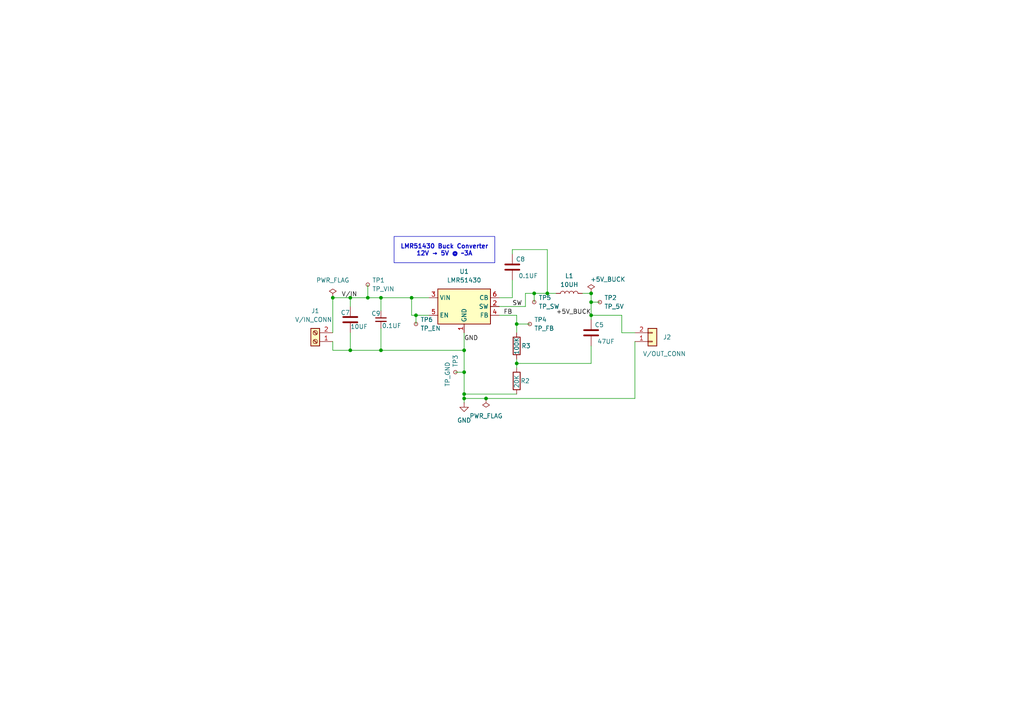
<source format=kicad_sch>
(kicad_sch (version 20250114) (generator "eeschema") (generator_version "9.0")
  (paper "A4")
  (lib_symbols
    (symbol "Connector:Screw_Terminal_01x02" (pin_names (offset 1.016) (hide yes))
      (property "Reference" "J1" (at 0 -8.89 0))
      (property "Value" "V/IN_CONN" (at 0.508 -6.35 0))
      (symbol "Screw_Terminal_01x02_1_1"
        (rectangle (start -1.27 1.27) (end 1.27 -3.81) (stroke (width 0.254)) (fill (type background)))
        (polyline (pts (xy -0.5334 0.3302) (xy 0.3302 -0.508)) (stroke (width 0.1524)))
        (polyline (pts (xy -0.5334 -2.2098) (xy 0.3302 -3.048)) (stroke (width 0.1524)))
        (polyline (pts (xy -0.3556 0.508) (xy 0.508 -0.3302)) (stroke (width 0.1524)))
        (polyline (pts (xy -0.3556 -2.032) (xy 0.508 -2.8702)) (stroke (width 0.1524)))
        (circle (center 0 0) (radius 0.635) (stroke (width 0.1524)))
        (circle (center 0 -2.54) (radius 0.635) (stroke (width 0.1524)))
        (pin passive line (at -5.08 0 0) (length 3.81) (name "GND") (number "1"))
        (pin passive line (at -5.08 -2.54 0) (length 3.81) (name "V/IN") (number "2"))
      )
    )
    (symbol "Connector:TestPoint_Small" (pin_numbers (hide yes)) (pin_names (offset 0.762) (hide yes))
      (property "Reference" "TP" (at 0 3.81 0))
      (property "Value" "TestPoint_Small" (at 0 2.032 0))
      (symbol "TestPoint_Small_0_1"
        (circle (center 0 0) (radius 0.508))
      )
      (symbol "TestPoint_Small_1_1"
        (pin passive line (at 0 0 90) (length 0) (name "1") (number "1"))
      )
    )
    (symbol "Connector_Generic:Conn_01x02" (pin_names (offset 1.016) (hide yes))
      (property "Reference" "J2" (at 3.048 -1.27 0))
      (property "Value" "V/OUT_CONN" (at -2.794 -6.096 0))
      (symbol "Conn_01x02_1_1"
        (rectangle (start -1.27 1.27) (end 1.27 -3.81) (stroke (width 0.254)) (fill (type background)))
        (rectangle (start -1.27 0.127) (end 0 -0.127) (stroke (width 0.1524)))
        (rectangle (start -1.27 -2.413) (end 0 -2.667) (stroke (width 0.1524)))
        (pin passive line (at -5.08 0 0) (length 3.81) (name "PWR") (number "2"))
        (pin passive line (at -5.08 -2.54 0) (length 3.81) (name "GND") (number "1"))
      )
    )
    (symbol "Device:C" (pin_numbers (hide yes)) (pin_names (offset 0.254))
      (property "Reference" "C" (at 0.635 2.54 0))
      (property "Value" "C" (at 0.635 -2.54 0))
      (symbol "C_0_1"
        (polyline (pts (xy -2.032 0.762) (xy 2.032 0.762)) (stroke (width 0.508)))
        (polyline (pts (xy -2.032 -0.762) (xy 2.032 -0.762)) (stroke (width 0.508)))
      )
      (symbol "C_1_1"
        (pin passive line (at 0 3.81 270) (length 2.794) (name "~") (number "1"))
        (pin passive line (at 0 -3.81 90) (length 2.794) (name "~") (number "2"))
      )
    )
    (symbol "Device:C_Small" (pin_numbers (hide yes)) (pin_names (offset 0.254) (hide yes))
      (property "Reference" "C" (at 0.254 1.778 0))
      (property "Value" "C_Small" (at 0.254 -2.032 0))
      (symbol "C_Small_0_1"
        (polyline (pts (xy -1.524 0.508) (xy 1.524 0.508)) (stroke (width 0.3048)))
        (polyline (pts (xy -1.524 -0.508) (xy 1.524 -0.508)) (stroke (width 0.3302)))
      )
      (symbol "C_Small_1_1"
        (pin passive line (at 0 2.54 270) (length 2.032) (name "~") (number "1"))
        (pin passive line (at 0 -2.54 90) (length 2.032) (name "~") (number "2"))
      )
    )
    (symbol "Device:L" (pin_numbers (hide yes)) (pin_names (offset 1.016) (hide yes))
      (property "Reference" "L" (at -1.27 0 90))
      (property "Value" "L" (at 1.905 0 90))
      (symbol "L_0_1"
        (arc (start 0 2.54) (mid 0.6323 1.905) (end 0 1.27))
        (arc (start 0 1.27) (mid 0.6323 0.635) (end 0 0))
        (arc (start 0 0) (mid 0.6323 -0.635) (end 0 -1.27))
        (arc (start 0 -1.27) (mid 0.6323 -1.905) (end 0 -2.54))
      )
      (symbol "L_1_1"
        (pin passive line (at 0 3.81 270) (length 1.27) (name "1") (number "1"))
        (pin passive line (at 0 -3.81 90) (length 1.27) (name "2") (number "2"))
      )
    )
    (symbol "Device:R" (pin_numbers (hide yes)) (pin_names (offset 0))
      (property "Reference" "R" (at 2.032 0 90))
      (property "Value" "R" (at 0 0 90))
      (symbol "R_0_1"
        (rectangle (start -1.016 -2.54) (end 1.016 2.54) (stroke (width 0.254)))
      )
      (symbol "R_1_1"
        (pin passive line (at 0 3.81 270) (length 1.27) (name "~") (number "1"))
        (pin passive line (at 0 -3.81 90) (length 1.27) (name "~") (number "2"))
      )
    )
    (symbol "Regulator_Switching:LMR51430"
      (property "Reference" "U" (at -7.62 6.35 0))
      (property "Value" "LMR51430" (at 0 6.35 0))
      (symbol "LMR51430_0_1"
        (rectangle (start -7.62 5.08) (end 7.62 -5.08) (stroke (width 0.254)) (fill (type background)))
      )
      (symbol "LMR51430_1_1"
        (pin power_in line (at -10.16 2.54 0) (length 2.54) (name "VIN") (number "3"))
        (pin input line (at -10.16 -2.54 0) (length 2.54) (name "EN") (number "5"))
        (pin power_in line (at 0 -7.62 90) (length 2.54) (name "GND") (number "1"))
        (pin passive line (at 10.16 2.54 180) (length 2.54) (name "CB") (number "6"))
        (pin power_out line (at 10.16 0 180) (length 2.54) (name "SW") (number "2"))
        (pin input line (at 10.16 -2.54 180) (length 2.54) (name "FB") (number "4"))
      )
    )
    (symbol "power:GND" (power) (pin_numbers (hide yes)) (pin_names (offset 0) (hide yes))
      (property "Value" "GND" (at 0 -3.81 0))
      (symbol "GND_0_1"
        (polyline (pts (xy 0 0) (xy 0 -1.27) (xy 1.27 -1.27) (xy 0 -2.54) (xy -1.27 -1.27) (xy 0 -1.27)))
      )
      (symbol "GND_1_1"
        (pin power_in line (at 0 0 270) (length 0) (name "~") (number "1"))
      )
    )
    (symbol "power:PWR_FLAG" (power) (pin_numbers (hide yes)) (pin_names (offset 0) (hide yes))
      (property "Value" "PWR_FLAG" (at 0 3.81 0))
      (symbol "PWR_FLAG_0_0"
        (pin power_out line (at 0 0 90) (length 0) (name "~") (number "1"))
      )
      (symbol "PWR_FLAG_0_1"
        (polyline (pts (xy 0 0) (xy 0 1.27) (xy -1.016 1.905) (xy 0 2.54) (xy 1.016 1.905) (xy 0 1.27)))
      )
    )
  )
  (text_box "LMR51430 Buck Converter 12V → 5V @ ~3A" (at 114.3 68.58 0) (size 29.21 7.62) (margins 0.9525 0.9525 0.9525 0.9525) (effects (font (size 1.27 1.27) (thickness 0.254) (bold yes))))
  (junction (at 119.38 86.36))
  (junction (at 134.62 114.3))
  (junction (at 149.86 105.41))
  (junction (at 101.6 101.6))
  (junction (at 106.68 86.36))
  (junction (at 154.94 85.09))
  (junction (at 101.6 86.36))
  (junction (at 134.62 107.95))
  (junction (at 110.49 86.36))
  (junction (at 171.45 85.09))
  (junction (at 110.49 101.6))
  (junction (at 96.52 86.36))
  (junction (at 149.86 93.98))
  (junction (at 140.97 115.57))
  (junction (at 158.75 85.09))
  (junction (at 120.65 91.44))
  (junction (at 171.45 87.63))
  (junction (at 134.62 101.6))
  (junction (at 134.62 115.57))
  (junction (at 171.45 91.44))
  (wire (pts (xy 110.49 95.25) (xy 110.49 101.6)))
  (wire (pts (xy 152.4 85.09) (xy 154.94 85.09)))
  (wire (pts (xy 110.49 86.36) (xy 119.38 86.36)))
  (wire (pts (xy 171.45 87.63) (xy 171.45 91.44)))
  (wire (pts (xy 152.4 88.9) (xy 152.4 85.09)))
  (wire (pts (xy 149.86 104.14) (xy 149.86 105.41)))
  (wire (pts (xy 149.86 91.44) (xy 149.86 93.98)))
  (wire (pts (xy 106.68 82.55) (xy 106.68 86.36)))
  (wire (pts (xy 144.78 86.36) (xy 148.59 86.36)))
  (wire (pts (xy 134.62 107.95) (xy 134.62 101.6)))
  (wire (pts (xy 134.62 115.57) (xy 140.97 115.57)))
  (wire (pts (xy 96.52 99.06) (xy 96.52 101.6)))
  (wire (pts (xy 154.94 85.09) (xy 158.75 85.09)))
  (wire (pts (xy 171.45 87.63) (xy 173.99 87.63)))
  (wire (pts (xy 149.86 105.41) (xy 149.86 106.68)))
  (wire (pts (xy 180.34 91.44) (xy 171.45 91.44)))
  (wire (pts (xy 171.45 91.44) (xy 171.45 92.71)))
  (wire (pts (xy 134.62 114.3) (xy 134.62 115.57)))
  (wire (pts (xy 158.75 72.39) (xy 158.75 85.09)))
  (wire (pts (xy 120.65 91.44) (xy 120.65 93.98)))
  (wire (pts (xy 171.45 105.41) (xy 171.45 100.33)))
  (wire (pts (xy 101.6 101.6) (xy 110.49 101.6)))
  (wire (pts (xy 101.6 86.36) (xy 106.68 86.36)))
  (wire (pts (xy 144.78 88.9) (xy 152.4 88.9)))
  (wire (pts (xy 149.86 96.52) (xy 149.86 93.98)))
  (wire (pts (xy 119.38 86.36) (xy 124.46 86.36)))
  (wire (pts (xy 149.86 105.41) (xy 171.45 105.41)))
  (wire (pts (xy 149.86 114.3) (xy 134.62 114.3)))
  (wire (pts (xy 184.15 96.52) (xy 180.34 96.52)))
  (wire (pts (xy 148.59 72.39) (xy 148.59 73.66)))
  (wire (pts (xy 154.94 85.09) (xy 154.94 87.63)))
  (wire (pts (xy 161.29 85.09) (xy 158.75 85.09)))
  (wire (pts (xy 148.59 86.36) (xy 148.59 81.28)))
  (wire (pts (xy 148.59 72.39) (xy 158.75 72.39)))
  (wire (pts (xy 110.49 101.6) (xy 134.62 101.6)))
  (wire (pts (xy 171.45 85.09) (xy 171.45 87.63)))
  (wire (pts (xy 96.52 101.6) (xy 101.6 101.6)))
  (wire (pts (xy 132.08 107.95) (xy 134.62 107.95)))
  (wire (pts (xy 134.62 116.84) (xy 134.62 115.57)))
  (wire (pts (xy 149.86 91.44) (xy 144.78 91.44)))
  (wire (pts (xy 184.15 99.06) (xy 184.15 115.57)))
  (wire (pts (xy 134.62 107.95) (xy 134.62 114.3)))
  (wire (pts (xy 180.34 96.52) (xy 180.34 91.44)))
  (wire (pts (xy 168.91 85.09) (xy 171.45 85.09)))
  (wire (pts (xy 120.65 91.44) (xy 124.46 91.44)))
  (wire (pts (xy 96.52 96.52) (xy 96.52 86.36)))
  (wire (pts (xy 101.6 96.52) (xy 101.6 101.6)))
  (wire (pts (xy 119.38 86.36) (xy 119.38 91.44)))
  (wire (pts (xy 140.97 115.57) (xy 184.15 115.57)))
  (wire (pts (xy 110.49 86.36) (xy 110.49 90.17)))
  (wire (pts (xy 134.62 96.52) (xy 134.62 101.6)))
  (wire (pts (xy 119.38 91.44) (xy 120.65 91.44)))
  (wire (pts (xy 101.6 86.36) (xy 101.6 88.9)))
  (wire (pts (xy 106.68 86.36) (xy 110.49 86.36)))
  (wire (pts (xy 96.52 86.36) (xy 101.6 86.36)))
  (wire (pts (xy 149.86 93.98) (xy 153.67 93.98)))
  (label "SW" (at 148.59 88.9 0))
  (label "V{slash}IN" (at 99.06 86.36 0))
  (label "+5V_BUCK" (at 171.45 91.44 180))
  (label "FB" (at 146.05 91.44 0))
  (label "GND" (at 134.62 99.06 0))
  (symbol (lib_id "Connector:TestPoint_Small") (at 173.99 87.63 0) (unit 1)
    (property "Reference" "TP2" (at 175.26 86.3599 0) (effects (justify left)))
    (property "Value" "TP_5V" (at 175.26 88.8999 0) (effects (justify left)))
    (property "Footprint" "TestPoint:TestPoint_Pad_D1.0mm" (effects (hide yes)))
    (property "Description" "test point" (effects (hide yes)))
  )
  (symbol (lib_id "power:PWR_FLAG") (at 171.45 85.09 0) (unit 1)
    (property "Reference" "#FLG01" (effects (hide yes)))
    (property "Value" "+5V_BUCK" (at 171.196 81.026 0) (effects (justify left)))
    (property "Description" "Special symbol for telling ERC where power comes from" (effects (hide yes)))
  )
  (symbol (lib_id "power:PWR_FLAG") (at 96.52 86.36 0) (unit 1)
    (property "Reference" "#FLG02" (effects (hide yes)))
    (property "Value" "PWR_FLAG" (at 96.52 81.28 0))
    (property "Description" "Special symbol for telling ERC where power comes from" (effects (hide yes)))
  )
  (symbol (lib_id "Connector:TestPoint_Small") (at 153.67 93.98 270) (unit 1)
    (property "Reference" "TP4" (at 154.94 92.7099 90) (effects (justify left)))
    (property "Value" "TP_FB" (at 154.94 95.2499 90) (effects (justify left)))
    (property "Footprint" "TestPoint:TestPoint_Pad_D1.0mm" (effects (hide yes)))
    (property "Description" "test point" (effects (hide yes)))
  )
  (symbol (lib_id "Connector:TestPoint_Small") (at 106.68 82.55 0) (unit 1)
    (property "Reference" "TP1" (at 107.95 81.2799 0) (effects (justify left)))
    (property "Value" "TP_VIN" (at 107.95 83.8199 0) (effects (justify left)))
    (property "Footprint" "TestPoint:TestPoint_Pad_D1.0mm" (effects (hide yes)))
    (property "Description" "test point" (effects (hide yes)))
  )
  (symbol (lib_id "Device:C") (at 101.6 92.71 180) (unit 1)
    (property "Reference" "C7" (at 98.806 90.678 0) (effects (justify right)))
    (property "Value" "10UF" (at 101.6 94.742 0) (effects (justify right)))
    (property "Footprint" "Capacitor_SMD:C_1206_3216Metric" (effects (hide yes)))
    (property "Description" "Unpolarized capacitor" (effects (hide yes)))
  )
  (symbol (lib_id "power:PWR_FLAG") (at 140.97 115.57 180) (unit 1)
    (property "Reference" "#FLG03" (effects (hide yes)))
    (property "Value" "PWR_FLAG" (at 140.97 120.65 0))
    (property "Description" "Special symbol for telling ERC where power comes from" (effects (hide yes)))
  )
  (symbol (lib_id "Device:L") (at 165.1 85.09 90) (unit 1)
    (property "Reference" "L1" (at 165.1 80.01 90))
    (property "Value" "10UH" (at 165.1 82.55 90))
    (property "Footprint" "Inductor_SMD:L_1206_3216Metric" (effects (hide yes)))
    (property "Description" "Inductor" (effects (hide yes)))
  )
  (symbol (lib_id "Device:R") (at 149.86 100.33 180) (unit 1)
    (property "Reference" "R3" (at 153.924 100.33 0) (effects (justify left)))
    (property "Value" "100K" (at 149.86 97.79 90) (effects (justify left)))
    (property "Footprint" "Resistor_SMD:R_0805_2012Metric" (effects (hide yes)))
    (property "Description" "Resistor" (effects (hide yes)))
  )
  (symbol (lib_id "power:GND") (at 134.62 116.84 0) (unit 1)
    (property "Reference" "#PWR09" (effects (hide yes)))
    (property "Value" "GND" (at 134.62 121.92 0))
    (property "Description" "Power symbol creates a global label with name \"GND\" , ground" (effects (hide yes)))
  )
  (symbol (lib_id "Device:R") (at 149.86 110.49 180) (unit 1)
    (property "Reference" "R2" (at 153.67 110.49 0) (effects (justify left)))
    (property "Value" "20K" (at 149.86 108.712 90) (effects (justify left)))
    (property "Footprint" "Resistor_SMD:R_0805_2012Metric" (effects (hide yes)))
    (property "Description" "Resistor" (effects (hide yes)))
  )
  (symbol (lib_id "Connector_Generic:Conn_01x02") (at 189.23 96.52 0) (unit 1)
    (property "Reference" "J2" (at 192.278 97.79 0) (effects (justify left)))
    (property "Value" "V/OUT_CONN" (at 186.436 102.616 0) (effects (justify left)))
    (property "Footprint" "Connector_PinSocket_2.00mm:PinSocket_1x02_P2.00mm_Vertical" (effects (hide yes)))
    (property "Description" "Generic connector, single row, 01x02, script generated (kicad-library-utils/schlib/autogen/connector/)" (effects (hide yes)))
  )
  (symbol (lib_id "Connector:Screw_Terminal_01x02") (at 91.44 99.06 180) (unit 1)
    (property "Reference" "J1" (at 91.44 90.17 0))
    (property "Value" "V/IN_CONN" (at 90.932 92.71 0))
    (property "Footprint" "Connector_PinHeader_2.00mm:PinHeader_1x02_P2.00mm_Vertical" (effects (hide yes)))
    (property "Description" "Generic screw terminal, single row, 01x02, script generated (kicad-library-utils/schlib/autogen/connector/)" (effects (hide yes)))
  )
  (symbol (lib_id "Device:C") (at 171.45 96.52 180) (unit 1)
    (property "Reference" "C5" (at 172.466 94.234 0) (effects (justify right)))
    (property "Value" "47UF" (at 173.228 99.06 0) (effects (justify right)))
    (property "Footprint" "Capacitor_SMD:C_1210_3225Metric" (effects (hide yes)))
    (property "Description" "Unpolarized capacitor" (effects (hide yes)))
  )
  (symbol (lib_id "Device:C_Small") (at 110.49 92.71 0) (unit 1)
    (property "Reference" "C9" (at 107.696 90.932 0) (effects (justify left)))
    (property "Value" "0.1UF" (at 110.744 94.488 0) (effects (justify left)))
    (property "Footprint" "Capacitor_SMD:C_0805_2012Metric" (effects (hide yes)))
    (property "Description" "Unpolarized capacitor, small symbol" (effects (hide yes)))
  )
  (symbol (lib_id "Regulator_Switching:LMR51430") (at 134.62 88.9 0) (unit 1)
    (property "Reference" "U1" (at 134.62 78.74 0))
    (property "Value" "LMR51430" (at 134.62 81.28 0))
    (property "Footprint" "Package_TO_SOT_SMD:SOT-23-6" (effects (hide yes)))
    (property "Datasheet" "https://www.ti.com/lit/ds/symlink/lmr51430.pdf" (effects (hide yes)))
    (property "Description" "4.5-V to 36-V, 3-A synchronous buck converter with 40-µA IQ, SOT-23-6" (effects (hide yes)))
  )
  (symbol (lib_id "Connector:TestPoint_Small") (at 132.08 107.95 270) (unit 1)
    (property "Reference" "TP3" (at 132.08 102.87 0) (effects (justify left)))
    (property "Value" "TP_GND" (at 129.794 104.902 0) (effects (justify left)))
    (property "Footprint" "TestPoint:TestPoint_Pad_2.0x2.0mm" (effects (hide yes)))
    (property "Description" "test point" (effects (hide yes)))
  )
  (symbol (lib_id "Device:C") (at 148.59 77.47 180) (unit 1)
    (property "Reference" "C8" (at 149.606 75.184 0) (effects (justify right)))
    (property "Value" "0.1UF" (at 150.368 80.01 0) (effects (justify right)))
    (property "Footprint" "Capacitor_SMD:C_1206_3216Metric" (effects (hide yes)))
    (property "Description" "Unpolarized capacitor" (effects (hide yes)))
  )
  (symbol (lib_id "Connector:TestPoint_Small") (at 154.94 87.63 270) (unit 1)
    (property "Reference" "TP5" (at 156.21 86.3599 90) (effects (justify left)))
    (property "Value" "TP_SW" (at 156.21 88.8999 90) (effects (justify left)))
    (property "Footprint" "TestPoint:TestPoint_Pad_D1.0mm" (effects (hide yes)))
    (property "Description" "test point" (effects (hide yes)))
  )
  (symbol (lib_id "Connector:TestPoint_Small") (at 120.65 93.98 0) (unit 1)
    (property "Reference" "TP6" (at 121.92 92.7099 0) (effects (justify left)))
    (property "Value" "TP_EN" (at 121.92 95.2499 0) (effects (justify left)))
    (property "Footprint" "TestPoint:TestPoint_Pad_D1.0mm" (effects (hide yes)))
    (property "Description" "test point" (effects (hide yes)))
  )
)
</source>
